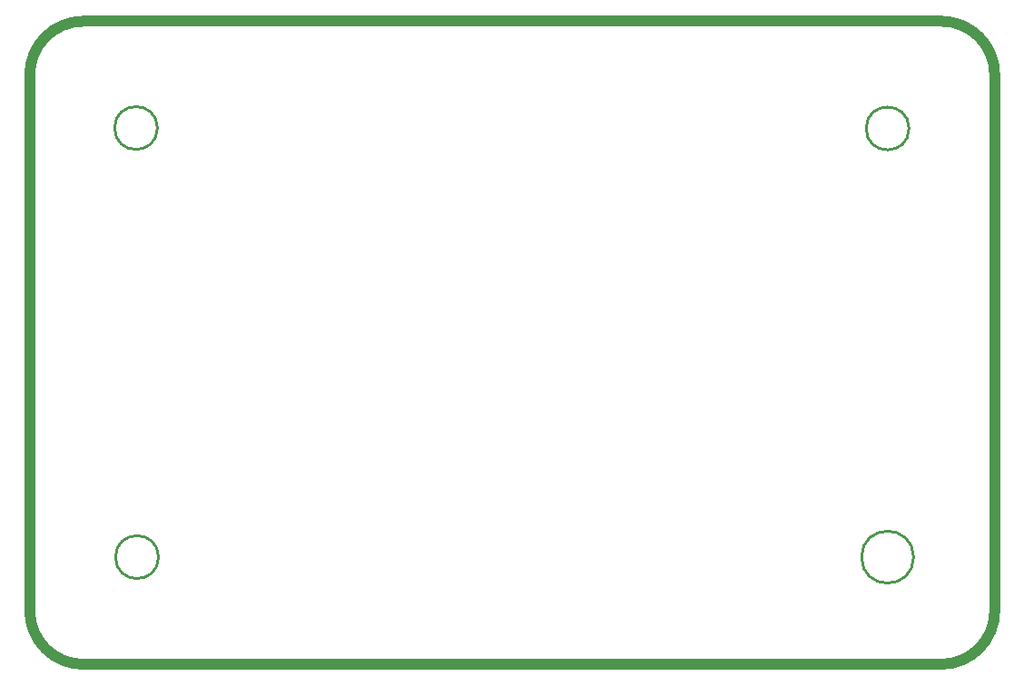
<source format=gm1>
G04*
G04 #@! TF.GenerationSoftware,Altium Limited,Altium Designer,21.3.2 (30)*
G04*
G04 Layer_Color=16711935*
%FSLAX25Y25*%
%MOIN*%
G70*
G04*
G04 #@! TF.SameCoordinates,394D426F-0CA9-4E3C-942C-AD562F4B4749*
G04*
G04*
G04 #@! TF.FilePolarity,Positive*
G04*
G01*
G75*
%ADD15C,0.01000*%
%ADD74C,0.03937*%
D15*
X324513Y39370D02*
G03*
X324513Y39370I-9552J0D01*
G01*
X322835Y196850D02*
G03*
X322835Y196850I-7874J0D01*
G01*
X47244Y39370D02*
G03*
X47244Y39370I-7874J0D01*
G01*
X46874Y197000D02*
G03*
X46874Y197000I-7874J0D01*
G01*
D74*
X354336Y216541D02*
G03*
X334651Y236226I-19685J0D01*
G01*
Y0D02*
G03*
X354336Y19685I0J19685D01*
G01*
X19685Y236226D02*
G03*
X0Y216541I0J-19685D01*
G01*
Y19685D02*
G03*
X19685Y0I19685J0D01*
G01*
X334651D01*
X19685Y236226D02*
X334651D01*
X354336Y19685D02*
Y216541D01*
X0Y19685D02*
Y216541D01*
M02*

</source>
